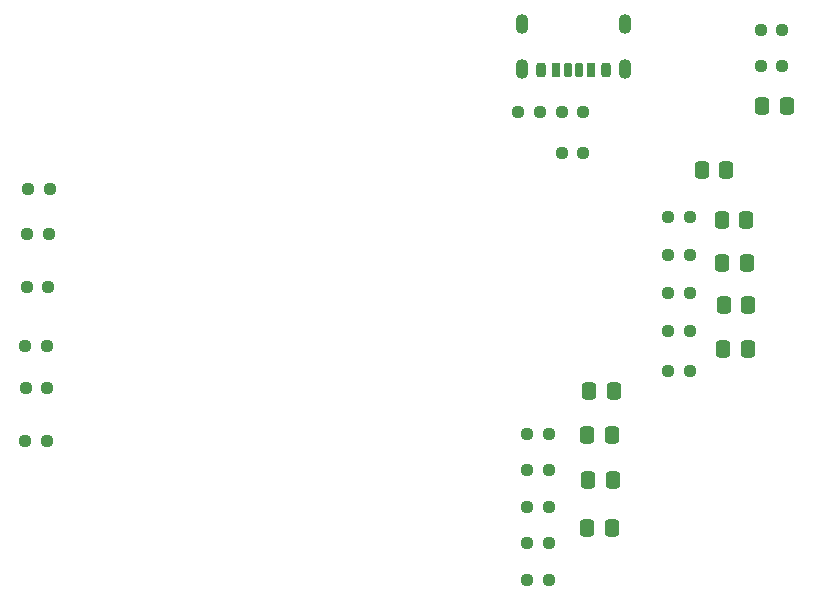
<source format=gtp>
%TF.GenerationSoftware,KiCad,Pcbnew,7.0.9*%
%TF.CreationDate,2024-06-04T21:04:57+02:00*%
%TF.ProjectId,Differential,44696666-6572-4656-9e74-69616c2e6b69,rev?*%
%TF.SameCoordinates,Original*%
%TF.FileFunction,Paste,Top*%
%TF.FilePolarity,Positive*%
%FSLAX46Y46*%
G04 Gerber Fmt 4.6, Leading zero omitted, Abs format (unit mm)*
G04 Created by KiCad (PCBNEW 7.0.9) date 2024-06-04 21:04:57*
%MOMM*%
%LPD*%
G01*
G04 APERTURE LIST*
G04 Aperture macros list*
%AMRoundRect*
0 Rectangle with rounded corners*
0 $1 Rounding radius*
0 $2 $3 $4 $5 $6 $7 $8 $9 X,Y pos of 4 corners*
0 Add a 4 corners polygon primitive as box body*
4,1,4,$2,$3,$4,$5,$6,$7,$8,$9,$2,$3,0*
0 Add four circle primitives for the rounded corners*
1,1,$1+$1,$2,$3*
1,1,$1+$1,$4,$5*
1,1,$1+$1,$6,$7*
1,1,$1+$1,$8,$9*
0 Add four rect primitives between the rounded corners*
20,1,$1+$1,$2,$3,$4,$5,0*
20,1,$1+$1,$4,$5,$6,$7,0*
20,1,$1+$1,$6,$7,$8,$9,0*
20,1,$1+$1,$8,$9,$2,$3,0*%
G04 Aperture macros list end*
%ADD10RoundRect,0.237500X-0.250000X-0.237500X0.250000X-0.237500X0.250000X0.237500X-0.250000X0.237500X0*%
%ADD11RoundRect,0.250000X-0.337500X-0.475000X0.337500X-0.475000X0.337500X0.475000X-0.337500X0.475000X0*%
%ADD12RoundRect,0.237500X0.250000X0.237500X-0.250000X0.237500X-0.250000X-0.237500X0.250000X-0.237500X0*%
%ADD13RoundRect,0.175000X0.175000X0.425000X-0.175000X0.425000X-0.175000X-0.425000X0.175000X-0.425000X0*%
%ADD14RoundRect,0.190000X-0.190000X-0.410000X0.190000X-0.410000X0.190000X0.410000X-0.190000X0.410000X0*%
%ADD15RoundRect,0.200000X-0.200000X-0.400000X0.200000X-0.400000X0.200000X0.400000X-0.200000X0.400000X0*%
%ADD16RoundRect,0.175000X-0.175000X-0.425000X0.175000X-0.425000X0.175000X0.425000X-0.175000X0.425000X0*%
%ADD17RoundRect,0.190000X0.190000X0.410000X-0.190000X0.410000X-0.190000X-0.410000X0.190000X-0.410000X0*%
%ADD18RoundRect,0.200000X0.200000X0.400000X-0.200000X0.400000X-0.200000X-0.400000X0.200000X-0.400000X0*%
%ADD19O,1.100000X1.700000*%
%ADD20RoundRect,0.250000X0.337500X0.475000X-0.337500X0.475000X-0.337500X-0.475000X0.337500X-0.475000X0*%
G04 APERTURE END LIST*
D10*
%TO.C,R17*%
X214047500Y-134520000D03*
X215872500Y-134520000D03*
%TD*%
D11*
%TO.C,C2*%
X233947500Y-100570000D03*
X236022500Y-100570000D03*
%TD*%
D10*
%TO.C,R15*%
X225985000Y-119670000D03*
X227810000Y-119670000D03*
%TD*%
D11*
%TO.C,C4*%
X230572500Y-113870000D03*
X232647500Y-113870000D03*
%TD*%
D10*
%TO.C,R19*%
X214047500Y-140720000D03*
X215872500Y-140720000D03*
%TD*%
%TO.C,R14*%
X225985000Y-116400000D03*
X227810000Y-116400000D03*
%TD*%
D12*
%TO.C,R1*%
X215117500Y-101070000D03*
X213292500Y-101070000D03*
%TD*%
D13*
%TO.C,J1*%
X218475000Y-97500000D03*
D14*
X216455000Y-97500000D03*
D15*
X215225000Y-97500000D03*
D16*
X217475000Y-97500000D03*
D17*
X219495000Y-97500000D03*
D18*
X220725000Y-97500000D03*
D19*
X222295000Y-97420000D03*
X222295000Y-93620000D03*
X213655000Y-97420000D03*
X213655000Y-93620000D03*
%TD*%
D10*
%TO.C,R4*%
X233842500Y-94170000D03*
X235667500Y-94170000D03*
%TD*%
D20*
%TO.C,C5*%
X232785000Y-117420000D03*
X230710000Y-117420000D03*
%TD*%
D10*
%TO.C,R12*%
X225985000Y-109970000D03*
X227810000Y-109970000D03*
%TD*%
%TO.C,R13*%
X225985000Y-113170000D03*
X227810000Y-113170000D03*
%TD*%
D11*
%TO.C,C9*%
X219322500Y-124670000D03*
X221397500Y-124670000D03*
%TD*%
D20*
%TO.C,C10*%
X221197500Y-136270000D03*
X219122500Y-136270000D03*
%TD*%
D10*
%TO.C,R18*%
X214047500Y-137620000D03*
X215872500Y-137620000D03*
%TD*%
%TO.C,R2*%
X216992500Y-101070000D03*
X218817500Y-101070000D03*
%TD*%
D12*
%TO.C,R20*%
X215872500Y-128320000D03*
X214047500Y-128320000D03*
%TD*%
D10*
%TO.C,R6*%
X171685000Y-115920000D03*
X173510000Y-115920000D03*
%TD*%
%TO.C,R7*%
X171735000Y-111420000D03*
X173560000Y-111420000D03*
%TD*%
%TO.C,R8*%
X171597500Y-124460000D03*
X173422500Y-124460000D03*
%TD*%
%TO.C,R3*%
X216992500Y-104520000D03*
X218817500Y-104520000D03*
%TD*%
%TO.C,R9*%
X171547500Y-128970000D03*
X173372500Y-128970000D03*
%TD*%
D11*
%TO.C,C3*%
X230515000Y-110220000D03*
X232590000Y-110220000D03*
%TD*%
D20*
%TO.C,C1*%
X230892500Y-106020000D03*
X228817500Y-106020000D03*
%TD*%
D10*
%TO.C,R10*%
X171797500Y-107620000D03*
X173622500Y-107620000D03*
%TD*%
%TO.C,R11*%
X171547500Y-120920000D03*
X173372500Y-120920000D03*
%TD*%
%TO.C,R21*%
X214047500Y-131370000D03*
X215872500Y-131370000D03*
%TD*%
%TO.C,R5*%
X233842500Y-97220000D03*
X235667500Y-97220000D03*
%TD*%
D20*
%TO.C,C6*%
X232735000Y-121120000D03*
X230660000Y-121120000D03*
%TD*%
D11*
%TO.C,C7*%
X219160000Y-128470000D03*
X221235000Y-128470000D03*
%TD*%
D10*
%TO.C,R16*%
X225985000Y-123020000D03*
X227810000Y-123020000D03*
%TD*%
D11*
%TO.C,C8*%
X219210000Y-132270000D03*
X221285000Y-132270000D03*
%TD*%
M02*

</source>
